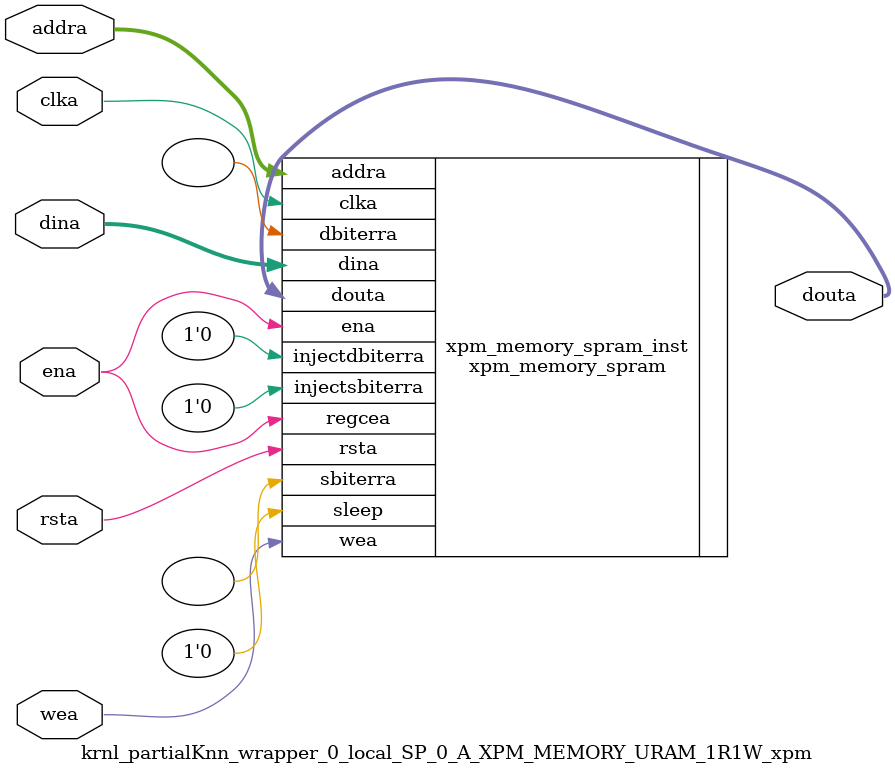
<source format=v>
`timescale 1 ns / 1 ps
module krnl_partialKnn_wrapper_0_local_SP_0_A_XPM_MEMORY_URAM_1R1W_xpm # (
  // Common module parameters
  parameter integer                 MEMORY_SIZE        = 524288,
  parameter                         MEMORY_PRIMITIVE   = "ultra",
  parameter                         ECC_MODE           = "no_ecc",
  parameter                         MEMORY_INIT_FILE   = "none",
  parameter                         WAKEUP_TIME        = "disable_sleep",
  parameter integer                 MESSAGE_CONTROL    = 0,
  // Port A module parameters
  parameter integer                 WRITE_DATA_WIDTH_A = 256,
  parameter integer                 READ_DATA_WIDTH_A  = WRITE_DATA_WIDTH_A,
  parameter integer                 BYTE_WRITE_WIDTH_A = WRITE_DATA_WIDTH_A,
  parameter integer                 ADDR_WIDTH_A       = 11,
  parameter                         READ_RESET_VALUE_A = "0",
  parameter integer                 READ_LATENCY_A     = 1,
  parameter                         WRITE_MODE_A       = "read_first"
) (
  // Port A module ports
  input  wire                                               clka,
  input  wire                                               rsta,
  input  wire                                               ena,
  input  wire [(WRITE_DATA_WIDTH_A/BYTE_WRITE_WIDTH_A)-1:0] wea,
  input  wire [ADDR_WIDTH_A-1:0]                            addra,
  input  wire [WRITE_DATA_WIDTH_A-1:0]                      dina,
  output wire [READ_DATA_WIDTH_A-1:0]                       douta
);
// Set parameter values and connect ports to instantiate an XPM_MEMORY single port RAM configuration
xpm_memory_spram # (
  // Common module parameters
  .MEMORY_SIZE        (MEMORY_SIZE),   //positive integer
  .MEMORY_PRIMITIVE   (MEMORY_PRIMITIVE),      //string; "auto", "distributed", "block" or "ultra";
  .ECC_MODE           (ECC_MODE),      //do not change
  .MEMORY_INIT_FILE   (MEMORY_INIT_FILE), //string; "none" or "<filename>.mem" 
  .MEMORY_INIT_PARAM  (""), //string;
  .WAKEUP_TIME        (WAKEUP_TIME),      //string; "disable_sleep" or "use_sleep_pin"
  .MESSAGE_CONTROL    (MESSAGE_CONTROL),      //do not change
  // Port A module parameters
  .WRITE_DATA_WIDTH_A (WRITE_DATA_WIDTH_A),     //positive integer
  .READ_DATA_WIDTH_A  (READ_DATA_WIDTH_A),     //positive integer
  .BYTE_WRITE_WIDTH_A (BYTE_WRITE_WIDTH_A),     //integer; 8, 9, or WRITE_DATA_WIDTH_A value
  .ADDR_WIDTH_A       (ADDR_WIDTH_A),      //positive integer
  .READ_RESET_VALUE_A (READ_RESET_VALUE_A),  //string
  .READ_LATENCY_A     (READ_LATENCY_A),      //non-negative integer
  .WRITE_MODE_A       (WRITE_MODE_A)       //string; "write_first", "read_first", "no_change"
) xpm_memory_spram_inst (
  // Common module ports
  .sleep          (1'b0),  //do not change
  // Port A module ports
  .clka           (clka),
  .rsta           (rsta),
  .ena            (ena),
  .regcea         (ena),
  .wea            (wea),
  .addra          (addra),
  .dina           (dina),
  .injectsbiterra (1'b0),  //do not change
  .injectdbiterra (1'b0),  //do not change
  .douta          (douta),
  .sbiterra       (),      //do not change
  .dbiterra       ()       //do not change
);
endmodule
</source>
